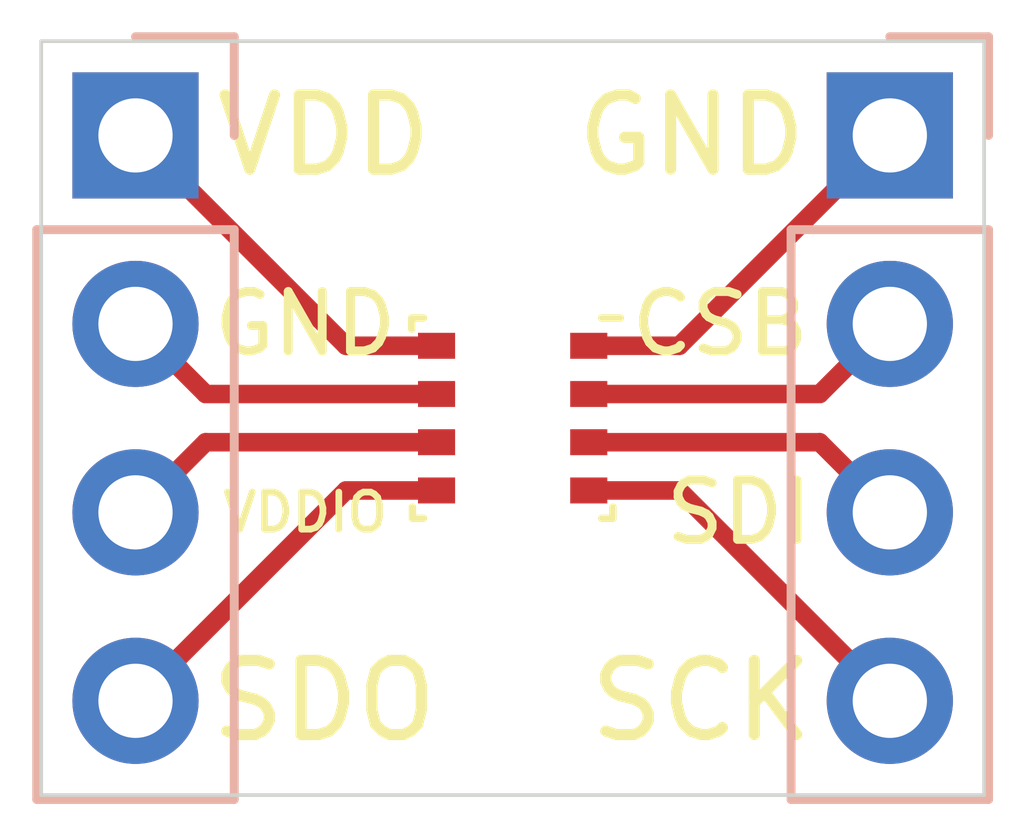
<source format=kicad_pcb>
(kicad_pcb (version 20171130) (host pcbnew "(5.1.6-0-10_14)")

  (general
    (thickness 1.6)
    (drawings 12)
    (tracks 16)
    (zones 0)
    (modules 3)
    (nets 9)
  )

  (page A4)
  (layers
    (0 F.Cu signal)
    (31 B.Cu signal)
    (32 B.Adhes user)
    (33 F.Adhes user)
    (34 B.Paste user)
    (35 F.Paste user)
    (36 B.SilkS user)
    (37 F.SilkS user)
    (38 B.Mask user)
    (39 F.Mask user)
    (40 Dwgs.User user)
    (41 Cmts.User user)
    (42 Eco1.User user)
    (43 Eco2.User user)
    (44 Edge.Cuts user)
    (45 Margin user)
    (46 B.CrtYd user)
    (47 F.CrtYd user)
    (48 B.Fab user)
    (49 F.Fab user)
  )

  (setup
    (last_trace_width 0.25)
    (trace_clearance 0.2)
    (zone_clearance 0.508)
    (zone_45_only no)
    (trace_min 0.2)
    (via_size 0.8)
    (via_drill 0.4)
    (via_min_size 0.4)
    (via_min_drill 0.3)
    (uvia_size 0.3)
    (uvia_drill 0.1)
    (uvias_allowed no)
    (uvia_min_size 0.2)
    (uvia_min_drill 0.1)
    (edge_width 0.05)
    (segment_width 0.2)
    (pcb_text_width 0.3)
    (pcb_text_size 1.5 1.5)
    (mod_edge_width 0.12)
    (mod_text_size 1 1)
    (mod_text_width 0.15)
    (pad_size 1.524 1.524)
    (pad_drill 0.762)
    (pad_to_mask_clearance 0.05)
    (aux_axis_origin 0 0)
    (visible_elements FFFFFF7F)
    (pcbplotparams
      (layerselection 0x010fc_ffffffff)
      (usegerberextensions false)
      (usegerberattributes true)
      (usegerberadvancedattributes true)
      (creategerberjobfile true)
      (excludeedgelayer true)
      (linewidth 0.100000)
      (plotframeref false)
      (viasonmask false)
      (mode 1)
      (useauxorigin false)
      (hpglpennumber 1)
      (hpglpenspeed 20)
      (hpglpendiameter 15.000000)
      (psnegative false)
      (psa4output false)
      (plotreference true)
      (plotvalue true)
      (plotinvisibletext false)
      (padsonsilk false)
      (subtractmaskfromsilk false)
      (outputformat 1)
      (mirror false)
      (drillshape 0)
      (scaleselection 1)
      (outputdirectory ""))
  )

  (net 0 "")
  (net 1 GND)
  (net 2 CSB)
  (net 3 SDI)
  (net 4 SCK)
  (net 5 VDDIO)
  (net 6 GND2)
  (net 7 VDD)
  (net 8 SDO)

  (net_class Default "This is the default net class."
    (clearance 0.2)
    (trace_width 0.25)
    (via_dia 0.8)
    (via_drill 0.4)
    (uvia_dia 0.3)
    (uvia_drill 0.1)
    (add_net CSB)
    (add_net GND)
    (add_net GND2)
    (add_net SCK)
    (add_net SDI)
    (add_net SDO)
    (add_net VDD)
    (add_net VDDIO)
  )

  (module Connector_PinHeader_2.54mm:PinHeader_1x04_P2.54mm_Vertical (layer B.Cu) (tedit 59FED5CC) (tstamp 5F4C331F)
    (at 190.627 105.537 180)
    (descr "Through hole straight pin header, 1x04, 2.54mm pitch, single row")
    (tags "Through hole pin header THT 1x04 2.54mm single row")
    (path /5F4C3EFB)
    (fp_text reference J2 (at 0 2.33) (layer B.SilkS) hide
      (effects (font (size 1 1) (thickness 0.15)) (justify mirror))
    )
    (fp_text value Conn_01x04_Male (at 0 -9.95) (layer B.Fab) hide
      (effects (font (size 1 1) (thickness 0.15)) (justify mirror))
    )
    (fp_text user %R (at 0 -3.81 270) (layer B.Fab)
      (effects (font (size 1 1) (thickness 0.15)) (justify mirror))
    )
    (fp_line (start -0.635 1.27) (end 1.27 1.27) (layer B.Fab) (width 0.1))
    (fp_line (start 1.27 1.27) (end 1.27 -8.89) (layer B.Fab) (width 0.1))
    (fp_line (start 1.27 -8.89) (end -1.27 -8.89) (layer B.Fab) (width 0.1))
    (fp_line (start -1.27 -8.89) (end -1.27 0.635) (layer B.Fab) (width 0.1))
    (fp_line (start -1.27 0.635) (end -0.635 1.27) (layer B.Fab) (width 0.1))
    (fp_line (start -1.33 -8.95) (end 1.33 -8.95) (layer B.SilkS) (width 0.12))
    (fp_line (start -1.33 -1.27) (end -1.33 -8.95) (layer B.SilkS) (width 0.12))
    (fp_line (start 1.33 -1.27) (end 1.33 -8.95) (layer B.SilkS) (width 0.12))
    (fp_line (start -1.33 -1.27) (end 1.33 -1.27) (layer B.SilkS) (width 0.12))
    (fp_line (start -1.33 0) (end -1.33 1.33) (layer B.SilkS) (width 0.12))
    (fp_line (start -1.33 1.33) (end 0 1.33) (layer B.SilkS) (width 0.12))
    (fp_line (start -1.8 1.8) (end -1.8 -9.4) (layer B.CrtYd) (width 0.05))
    (fp_line (start -1.8 -9.4) (end 1.8 -9.4) (layer B.CrtYd) (width 0.05))
    (fp_line (start 1.8 -9.4) (end 1.8 1.8) (layer B.CrtYd) (width 0.05))
    (fp_line (start 1.8 1.8) (end -1.8 1.8) (layer B.CrtYd) (width 0.05))
    (pad 4 thru_hole oval (at 0 -7.62 180) (size 1.7 1.7) (drill 1) (layers *.Cu *.Mask)
      (net 4 SCK))
    (pad 3 thru_hole oval (at 0 -5.08 180) (size 1.7 1.7) (drill 1) (layers *.Cu *.Mask)
      (net 3 SDI))
    (pad 2 thru_hole oval (at 0 -2.54 180) (size 1.7 1.7) (drill 1) (layers *.Cu *.Mask)
      (net 2 CSB))
    (pad 1 thru_hole rect (at 0 0 180) (size 1.7 1.7) (drill 1) (layers *.Cu *.Mask)
      (net 1 GND))
    (model ${KISYS3DMOD}/Connector_PinHeader_2.54mm.3dshapes/PinHeader_1x04_P2.54mm_Vertical.wrl
      (at (xyz 0 0 0))
      (scale (xyz 1 1 1))
      (rotate (xyz 0 0 0))
    )
  )

  (module Connector_PinHeader_2.54mm:PinHeader_1x04_P2.54mm_Vertical (layer B.Cu) (tedit 59FED5CC) (tstamp 5F4C31E6)
    (at 180.467 105.537 180)
    (descr "Through hole straight pin header, 1x04, 2.54mm pitch, single row")
    (tags "Through hole pin header THT 1x04 2.54mm single row")
    (path /5F4C38A5)
    (fp_text reference J1 (at 0 2.33) (layer B.SilkS) hide
      (effects (font (size 1 1) (thickness 0.15)) (justify mirror))
    )
    (fp_text value Conn_01x04_Male (at 0 -9.95) (layer B.Fab) hide
      (effects (font (size 1 1) (thickness 0.15)) (justify mirror))
    )
    (fp_text user %R (at 0 -3.81 270) (layer B.Fab)
      (effects (font (size 1 1) (thickness 0.15)) (justify mirror))
    )
    (fp_line (start -0.635 1.27) (end 1.27 1.27) (layer B.Fab) (width 0.1))
    (fp_line (start 1.27 1.27) (end 1.27 -8.89) (layer B.Fab) (width 0.1))
    (fp_line (start 1.27 -8.89) (end -1.27 -8.89) (layer B.Fab) (width 0.1))
    (fp_line (start -1.27 -8.89) (end -1.27 0.635) (layer B.Fab) (width 0.1))
    (fp_line (start -1.27 0.635) (end -0.635 1.27) (layer B.Fab) (width 0.1))
    (fp_line (start -1.33 -8.95) (end 1.33 -8.95) (layer B.SilkS) (width 0.12))
    (fp_line (start -1.33 -1.27) (end -1.33 -8.95) (layer B.SilkS) (width 0.12))
    (fp_line (start 1.33 -1.27) (end 1.33 -8.95) (layer B.SilkS) (width 0.12))
    (fp_line (start -1.33 -1.27) (end 1.33 -1.27) (layer B.SilkS) (width 0.12))
    (fp_line (start -1.33 0) (end -1.33 1.33) (layer B.SilkS) (width 0.12))
    (fp_line (start -1.33 1.33) (end 0 1.33) (layer B.SilkS) (width 0.12))
    (fp_line (start -1.8 1.8) (end -1.8 -9.4) (layer B.CrtYd) (width 0.05))
    (fp_line (start -1.8 -9.4) (end 1.8 -9.4) (layer B.CrtYd) (width 0.05))
    (fp_line (start 1.8 -9.4) (end 1.8 1.8) (layer B.CrtYd) (width 0.05))
    (fp_line (start 1.8 1.8) (end -1.8 1.8) (layer B.CrtYd) (width 0.05))
    (pad 4 thru_hole oval (at 0 -7.62 180) (size 1.7 1.7) (drill 1) (layers *.Cu *.Mask)
      (net 8 SDO))
    (pad 3 thru_hole oval (at 0 -5.08 180) (size 1.7 1.7) (drill 1) (layers *.Cu *.Mask)
      (net 5 VDDIO))
    (pad 2 thru_hole oval (at 0 -2.54 180) (size 1.7 1.7) (drill 1) (layers *.Cu *.Mask)
      (net 6 GND2))
    (pad 1 thru_hole rect (at 0 0 180) (size 1.7 1.7) (drill 1) (layers *.Cu *.Mask)
      (net 7 VDD))
    (model ${KISYS3DMOD}/Connector_PinHeader_2.54mm.3dshapes/PinHeader_1x04_P2.54mm_Vertical.wrl
      (at (xyz 0 0 0))
      (scale (xyz 1 1 1))
      (rotate (xyz 0 0 0))
    )
  )

  (module Package_LGA:Bosch_LGA-8_2.5x2.5mm_P0.65mm_ClockwisePinNumbering (layer F.Cu) (tedit 5A0FA816) (tstamp 5F4C2CA3)
    (at 185.547 109.347 270)
    (descr LGA-8)
    (tags "lga land grid array")
    (path /5F4C331E)
    (attr smd)
    (fp_text reference U1 (at 0.015 -2.465 270 unlocked) (layer F.SilkS) hide
      (effects (font (size 1 1) (thickness 0.15)))
    )
    (fp_text value BME280 (at 0.015 2.535 90) (layer F.Fab) hide
      (effects (font (size 1 1) (thickness 0.15)))
    )
    (fp_text user %R (at 0 0 270) (layer F.Fab)
      (effects (font (size 0.5 0.5) (thickness 0.075)))
    )
    (fp_line (start -1.35 1.36) (end -1.2 1.36) (layer F.SilkS) (width 0.1))
    (fp_line (start -1.25 -0.5) (end -0.5 -1.25) (layer F.Fab) (width 0.1))
    (fp_line (start -1.35 1.35) (end -1.35 1.2) (layer F.SilkS) (width 0.1))
    (fp_line (start 1.35 1.35) (end 1.35 1.2) (layer F.SilkS) (width 0.1))
    (fp_line (start 1.35 1.35) (end 1.2 1.35) (layer F.SilkS) (width 0.1))
    (fp_line (start 1.2 -1.35) (end 1.35 -1.35) (layer F.SilkS) (width 0.1))
    (fp_line (start 1.35 -1.35) (end 1.35 -1.2) (layer F.SilkS) (width 0.1))
    (fp_line (start -1.35 -1.2) (end -1.35 -1.45) (layer F.SilkS) (width 0.1))
    (fp_line (start -1.25 1.25) (end -1.25 -0.5) (layer F.Fab) (width 0.1))
    (fp_line (start -0.5 -1.25) (end 1.25 -1.25) (layer F.Fab) (width 0.1))
    (fp_line (start 1.25 -1.25) (end 1.25 1.25) (layer F.Fab) (width 0.1))
    (fp_line (start 1.25 1.25) (end -1.25 1.25) (layer F.Fab) (width 0.1))
    (fp_line (start -1.41 1.54) (end -1.41 -1.54) (layer F.CrtYd) (width 0.05))
    (fp_line (start -1.41 -1.54) (end 1.41 -1.54) (layer F.CrtYd) (width 0.05))
    (fp_line (start 1.41 -1.54) (end 1.41 1.54) (layer F.CrtYd) (width 0.05))
    (fp_line (start 1.41 1.54) (end -1.41 1.54) (layer F.CrtYd) (width 0.05))
    (pad 5 smd rect (at 0.975 1.025) (size 0.5 0.35) (layers F.Cu F.Paste F.Mask)
      (net 8 SDO))
    (pad 6 smd rect (at 0.325 1.025) (size 0.5 0.35) (layers F.Cu F.Paste F.Mask)
      (net 5 VDDIO))
    (pad 7 smd rect (at -0.325 1.025) (size 0.5 0.35) (layers F.Cu F.Paste F.Mask)
      (net 6 GND2))
    (pad 8 smd rect (at -0.975 1.025) (size 0.5 0.35) (layers F.Cu F.Paste F.Mask)
      (net 7 VDD))
    (pad 1 smd rect (at -0.975 -1.025) (size 0.5 0.35) (layers F.Cu F.Paste F.Mask)
      (net 1 GND))
    (pad 2 smd rect (at -0.325 -1.025) (size 0.5 0.35) (layers F.Cu F.Paste F.Mask)
      (net 2 CSB))
    (pad 3 smd rect (at 0.325 -1.025) (size 0.5 0.35) (layers F.Cu F.Paste F.Mask)
      (net 3 SDI))
    (pad 4 smd rect (at 0.975 -1.025) (size 0.5 0.35) (layers F.Cu F.Paste F.Mask)
      (net 4 SCK))
    (model ${KISYS3DMOD}/Package_LGA.3dshapes/Bosch_LGA-8_2.5x2.5mm_P0.65mm_ClockwisePinNumbering.wrl
      (offset (xyz 0.01500000025472259 -0.03500000059435272 0))
      (scale (xyz 1 1 1))
      (rotate (xyz 0 0 0))
    )
  )

  (gr_text SDI (at 188.595 110.617) (layer F.SilkS) (tstamp 5F4C3E7D)
    (effects (font (size 0.8 0.8) (thickness 0.12)))
  )
  (gr_text CSB (at 188.341 108.077) (layer F.SilkS) (tstamp 5F4C3E79)
    (effects (font (size 0.8 0.8) (thickness 0.12)))
  )
  (gr_text VDDIO (at 182.753 110.617) (layer F.SilkS) (tstamp 5F4C3E6F)
    (effects (font (size 0.5 0.5) (thickness 0.09)))
  )
  (gr_text GND (at 182.753 108.077) (layer F.SilkS) (tstamp 5F4C3E6A)
    (effects (font (size 0.8 0.8) (thickness 0.12)))
  )
  (gr_text SDO (at 183.007 113.157) (layer F.SilkS) (tstamp 5F4C3E64)
    (effects (font (size 1 1) (thickness 0.15)))
  )
  (gr_text SCK (at 188.087 113.157) (layer F.SilkS) (tstamp 5F4C3E60)
    (effects (font (size 1 1) (thickness 0.15)))
  )
  (gr_text GND (at 187.96 105.537) (layer F.SilkS) (tstamp 5F4C3E5C)
    (effects (font (size 1 1) (thickness 0.15)))
  )
  (gr_text VDD (at 183.007 105.537) (layer F.SilkS)
    (effects (font (size 1 1) (thickness 0.15)))
  )
  (gr_line (start 179.197 114.427) (end 179.197 104.267) (layer Edge.Cuts) (width 0.05) (tstamp 5F4C35A1))
  (gr_line (start 191.897 114.427) (end 179.197 114.427) (layer Edge.Cuts) (width 0.05))
  (gr_line (start 191.897 104.267) (end 191.897 114.427) (layer Edge.Cuts) (width 0.05))
  (gr_line (start 179.197 104.267) (end 191.897 104.267) (layer Edge.Cuts) (width 0.05))

  (segment (start 187.792 108.372) (end 190.627 105.537) (width 0.25) (layer F.Cu) (net 1))
  (segment (start 186.572 108.372) (end 187.792 108.372) (width 0.25) (layer F.Cu) (net 1))
  (segment (start 189.682 109.022) (end 190.627 108.077) (width 0.25) (layer F.Cu) (net 2))
  (segment (start 186.572 109.022) (end 189.682 109.022) (width 0.25) (layer F.Cu) (net 2))
  (segment (start 189.682 109.672) (end 190.627 110.617) (width 0.25) (layer F.Cu) (net 3))
  (segment (start 186.572 109.672) (end 189.682 109.672) (width 0.25) (layer F.Cu) (net 3))
  (segment (start 187.792 110.322) (end 190.627 113.157) (width 0.25) (layer F.Cu) (net 4))
  (segment (start 186.572 110.322) (end 187.792 110.322) (width 0.25) (layer F.Cu) (net 4))
  (segment (start 181.412 109.672) (end 180.467 110.617) (width 0.25) (layer F.Cu) (net 5))
  (segment (start 184.522 109.672) (end 181.412 109.672) (width 0.25) (layer F.Cu) (net 5))
  (segment (start 181.412 109.022) (end 180.467 108.077) (width 0.25) (layer F.Cu) (net 6))
  (segment (start 184.522 109.022) (end 181.412 109.022) (width 0.25) (layer F.Cu) (net 6))
  (segment (start 183.302 108.372) (end 180.467 105.537) (width 0.25) (layer F.Cu) (net 7))
  (segment (start 184.522 108.372) (end 183.302 108.372) (width 0.25) (layer F.Cu) (net 7))
  (segment (start 183.302 110.322) (end 180.467 113.157) (width 0.25) (layer F.Cu) (net 8))
  (segment (start 184.522 110.322) (end 183.302 110.322) (width 0.25) (layer F.Cu) (net 8))

)

</source>
